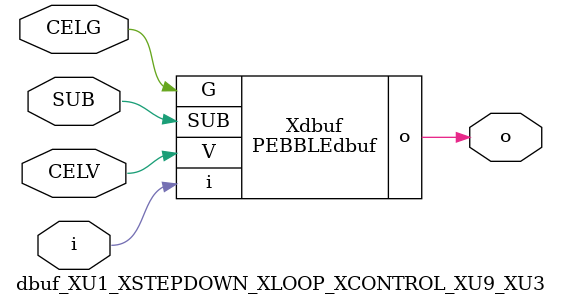
<source format=v>



module PEBBLEdbuf ( o, G, SUB, V, i );

  input V;
  input i;
  input G;
  output o;
  input SUB;
endmodule

//Celera Confidential Do Not Copy dbuf_XU1_XSTEPDOWN_XLOOP_XCONTROL_XU9_XU3
//Celera Confidential Symbol Generator
//Digital Buffer
module dbuf_XU1_XSTEPDOWN_XLOOP_XCONTROL_XU9_XU3 (CELV,CELG,i,o,SUB);
input CELV;
input CELG;
input i;
input SUB;
output o;

//Celera Confidential Do Not Copy dbuf
PEBBLEdbuf Xdbuf(
.V (CELV),
.i (i),
.o (o),
.SUB (SUB),
.G (CELG)
);
//,diesize,PEBBLEdbuf

//Celera Confidential Do Not Copy Module End
//Celera Schematic Generator
endmodule

</source>
